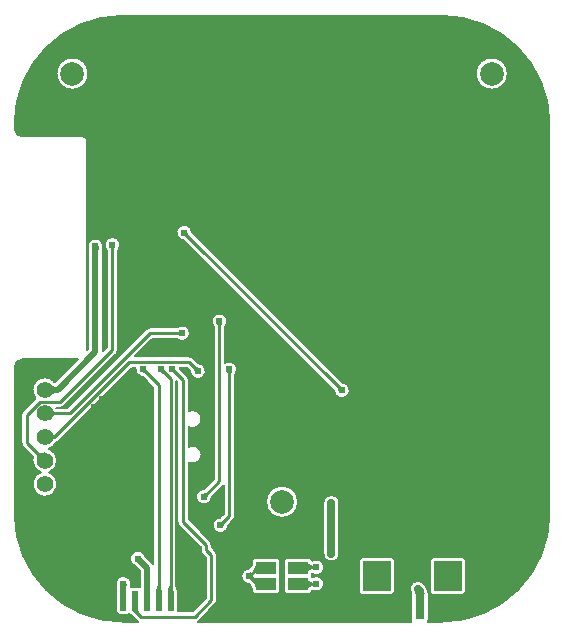
<source format=gtl>
G04 Layer: TopLayer*
G04 EasyEDA Pro v3.2.69, 2026-01-08 09:06:00*
G04 Gerber Generator version 0.3*
G04 Scale: 100 percent, Rotated: No, Reflected: No*
G04 Dimensions in millimeters*
G04 Leading zeros omitted, absolute positions, 4 integers and 5 decimals*
G04 Generated by one-click*
%FSLAX45Y45*%
%MOMM*%
%ADD10C,0.2032*%
%ADD11R,0.8X2.2*%
%ADD12R,2.35001X2.49999*%
%ADD13C,1.4*%
%ADD14R,1.4X1.524*%
%ADD15R,1.7X1.0*%
%ADD16O,1.1X1.7*%
%ADD17C,2.0005*%
%ADD18C,2.0*%
%ADD19R,1.2X2.49999*%
%ADD20R,0.5X1.7*%
%ADD21C,0.61*%
%ADD22C,0.508*%
%ADD23C,0.254*%
%ADD24C,0.635*%
G75*


G04 Copper Start*
G36*
G01X100000Y2255653D02*
G01X570462Y2255653D01*
G01X378665Y2063856D01*
G01X377046Y2065016D01*
G01X372865Y2068435D01*
G01X362254Y2077815D01*
G01X346067Y2089617D01*
G01X327944Y2098157D01*
G01X308538Y2103129D01*
G01X288541Y2104353D01*
G01X268673Y2101787D01*
G01X249644Y2095522D01*
G01X232138Y2085782D01*
G01X216780Y2072918D01*
G01X204123Y2057390D01*
G01X194619Y2039754D01*
G01X188609Y2020643D01*
G01X186309Y2000742D01*
G01X187801Y1980764D01*
G01X193032Y1961425D01*
G01X201814Y1943419D01*
G01X213832Y1927391D01*
G01X105395Y1818954D01*
G01X97686Y1808907D01*
G01X92839Y1797206D01*
G01X91186Y1784650D01*
G01X91186Y1551001D01*
G01X92839Y1538445D01*
G01X97686Y1526744D01*
G01X105395Y1516697D01*
G01X189860Y1432233D01*
G01X190348Y1431700D01*
G01X188214Y1420281D01*
G01X187881Y1418139D01*
G01X186753Y1409098D01*
G01X186506Y1406101D01*
G01X186404Y1403560D01*
G01X186346Y1402135D01*
G01X186304Y1401074D01*
G01X186287Y1398691D01*
G01X187924Y1380064D01*
G01X192813Y1362016D01*
G01X200803Y1345110D01*
G01X211644Y1329874D01*
G01X224998Y1316785D01*
G01X240447Y1306251D01*
G01X257509Y1298600D01*
G01X239499Y1290413D01*
G01X223328Y1279017D01*
G01X209561Y1264810D01*
G01X198679Y1248288D01*
G01X191063Y1230030D01*
G01X186978Y1210673D01*
G01X186568Y1190894D01*
G01X189848Y1171384D01*
G01X196701Y1152826D01*
G01X206889Y1135867D01*
G01X220056Y1121102D01*
G01X235741Y1109046D01*
G01X253396Y1100120D01*
G01X272405Y1094636D01*
G01X292101Y1092787D01*
G01X311798Y1094636D01*
G01X330806Y1100120D01*
G01X348461Y1109046D01*
G01X364147Y1121102D01*
G01X377313Y1135867D01*
G01X387502Y1152826D01*
G01X394355Y1171384D01*
G01X397634Y1190894D01*
G01X397224Y1210673D01*
G01X393140Y1230030D01*
G01X385523Y1248288D01*
G01X374642Y1264810D01*
G01X360874Y1279017D01*
G01X344703Y1290413D01*
G01X326693Y1298600D01*
G01X343744Y1306244D01*
G01X359185Y1316769D01*
G01X372533Y1329845D01*
G01X383373Y1345065D01*
G01X391367Y1361955D01*
G01X396265Y1379987D01*
G01X397915Y1398600D01*
G01X396265Y1417213D01*
G01X391367Y1435246D01*
G01X383373Y1452135D01*
G01X372533Y1467356D01*
G01X359185Y1480432D01*
G01X343744Y1490956D01*
G01X326693Y1498600D01*
G01X345504Y1507250D01*
G01X362270Y1519398D01*
G01X376349Y1534578D01*
G01X387204Y1552209D01*
G01X398000Y1557018D01*
G01X407314Y1564295D01*
G01X1028105Y2185086D01*
G01X1056473Y2185086D01*
G01X1055372Y2169232D01*
G01X1058074Y2153571D01*
G01X1064424Y2139003D01*
G01X1074058Y2126365D01*
G01X1086423Y2116381D01*
G01X1100808Y2109625D01*
G01X1116386Y2106487D01*
G01X1119446Y2106141D01*
G01X1207986Y2017601D01*
G01X1207986Y525265D01*
G01X1199772Y535458D01*
G01X1149078Y586153D01*
G01X1145588Y589877D01*
G01X1142919Y593080D01*
G01X1138963Y598515D01*
G01X1130400Y611666D01*
G01X1118987Y622437D01*
G01X1105362Y630224D01*
G01X1090289Y634591D01*
G01X1074611Y635294D01*
G01X1059208Y632294D01*
G01X1044941Y625758D01*
G01X1032609Y616052D01*
G01X1022903Y603720D01*
G01X1016367Y589453D01*
G01X1013366Y574049D01*
G01X1014069Y558372D01*
G01X1018437Y543299D01*
G01X1026224Y529674D01*
G01X1036994Y518261D01*
G01X1050145Y509698D01*
G01X1055580Y505742D01*
G01X1058784Y503072D01*
G01X1062508Y499583D01*
G01X1095273Y466818D01*
G01X1095273Y329052D01*
G01X1088517Y331115D01*
G01X1081488Y331812D01*
G01X1031488Y331812D01*
G01X1024888Y331198D01*
G01X1018515Y329379D01*
G01X1019291Y334310D01*
G01X1022536Y349664D01*
G01X1022081Y365351D01*
G01X1017953Y380491D01*
G01X1010383Y394238D01*
G01X999794Y405820D01*
G01X986781Y414591D01*
G01X972071Y420057D01*
G01X956488Y421914D01*
G01X940905Y420057D01*
G01X926195Y414591D01*
G01X913181Y405820D01*
G01X902593Y394238D01*
G01X895023Y380491D01*
G01X890895Y365351D01*
G01X890440Y349664D01*
G01X893684Y334310D01*
G01X894730Y327670D01*
G01X895108Y323517D01*
G01X895274Y318416D01*
G01X895274Y210998D01*
G01X895674Y204011D01*
G01X895674Y125998D01*
G01X897427Y114931D01*
G01X902514Y104947D01*
G01X910437Y97024D01*
G01X920421Y91937D01*
G01X931488Y90184D01*
G01X981488Y90184D01*
G01X990610Y91365D01*
G01X999131Y94831D01*
G01X1006488Y100353D01*
G01X1011972Y95968D01*
G01X1024459Y86891D01*
G01X1035931Y76560D01*
G01X1070595Y41895D01*
G01X1078019Y35814D01*
G01X950000Y35814D01*
G01X890209Y37771D01*
G01X830675Y43635D01*
G01X771651Y53380D01*
G01X713391Y66964D01*
G01X656144Y84330D01*
G01X600156Y105402D01*
G01X545666Y130091D01*
G01X492907Y158292D01*
G01X442105Y189882D01*
G01X393479Y224727D01*
G01X347235Y262679D01*
G01X303573Y303573D01*
G01X262679Y347235D01*
G01X224727Y393479D01*
G01X189882Y442105D01*
G01X158292Y492907D01*
G01X130091Y545666D01*
G01X105402Y600156D01*
G01X84330Y656144D01*
G01X66964Y713391D01*
G01X53380Y771651D01*
G01X43635Y830675D01*
G01X37771Y890209D01*
G01X35814Y950000D01*
G01X35814Y2191467D01*
G01X37423Y2205750D01*
G01X42170Y2219316D01*
G01X49817Y2231486D01*
G01X59981Y2241649D01*
G01X72151Y2249296D01*
G01X85717Y2254044D01*
G01X100000Y2255653D01*
G37*
G36*
G01X658787Y2343978D02*
G01X650312Y2335503D01*
G01X650312Y3333854D01*
G01X1405111Y3333854D01*
G01X1405585Y3318799D01*
G01X1409444Y3304239D01*
G01X1416490Y3290925D01*
G01X1426358Y3279545D01*
G01X1438540Y3270686D01*
G01X1452407Y3264804D01*
G01X1467244Y3262204D01*
G01X1470081Y3261910D01*
G01X2740246Y1991745D01*
G01X2740591Y1988686D01*
G01X2740591Y1988686D01*
G01X2743476Y1973894D01*
G01X2749625Y1960136D01*
G01X2758723Y1948121D01*
G01X2770298Y1938471D01*
G01X2783753Y1931683D01*
G01X2798393Y1928108D01*
G01X2813462Y1927932D01*
G01X2828182Y1931162D01*
G01X2841793Y1937632D01*
G01X2853591Y1947009D01*
G01X2862968Y1958807D01*
G01X2869438Y1972418D01*
G01X2872668Y1987138D01*
G01X2872492Y2002207D01*
G01X2868917Y2016847D01*
G01X2862129Y2030302D01*
G01X2852479Y2041877D01*
G01X2840464Y2050975D01*
G01X2826706Y2057124D01*
G01X2811914Y2060009D01*
G01X2808858Y2060354D01*
G01X1537616Y3331700D01*
G01X1537183Y3335020D01*
G01X1533987Y3349740D01*
G01X1527551Y3363358D01*
G01X1518208Y3375174D01*
G01X1506440Y3384576D01*
G01X1492853Y3391079D01*
G01X1478150Y3394349D01*
G01X1463087Y3394216D01*
G01X1448444Y3390687D01*
G01X1434974Y3383945D01*
G01X1423374Y3374337D01*
G01X1414241Y3362359D01*
G01X1408046Y3348628D01*
G01X1405111Y3333854D01*
G01X650312Y3333854D01*
G01X650312Y4107426D01*
G01X648560Y4118493D01*
G01X643473Y4128477D01*
G01X635549Y4136400D01*
G01X625566Y4141487D01*
G01X614498Y4143240D01*
G01X100000Y4143240D01*
G01X85717Y4144849D01*
G01X72151Y4149597D01*
G01X59981Y4157244D01*
G01X49817Y4167407D01*
G01X42170Y4179577D01*
G01X37423Y4193143D01*
G01X35814Y4207426D01*
G01X35814Y4250000D01*
G01X37771Y4309791D01*
G01X43635Y4369325D01*
G01X53380Y4428349D01*
G01X66964Y4486609D01*
G01X84330Y4543856D01*
G01X105402Y4599844D01*
G01X130091Y4654334D01*
G01X141138Y4675000D01*
G01X389186Y4675000D01*
G01X391038Y4652646D01*
G01X396545Y4630901D01*
G01X405555Y4610360D01*
G01X417824Y4591581D01*
G01X433016Y4575078D01*
G01X450717Y4561301D01*
G01X470444Y4550625D01*
G01X491660Y4543342D01*
G01X513785Y4539650D01*
G01X536215Y4539650D01*
G01X558340Y4543342D01*
G01X579556Y4550625D01*
G01X599283Y4561301D01*
G01X616984Y4575078D01*
G01X632176Y4591581D01*
G01X644445Y4610360D01*
G01X653455Y4630901D01*
G01X658962Y4652646D01*
G01X660814Y4675000D01*
G01X660814Y4675000D01*
G01X3939186Y4675000D01*
G01X3941038Y4652646D01*
G01X3946545Y4630901D01*
G01X3955555Y4610360D01*
G01X3967824Y4591581D01*
G01X3983016Y4575078D01*
G01X4000717Y4561301D01*
G01X4020444Y4550625D01*
G01X4041660Y4543342D01*
G01X4063785Y4539650D01*
G01X4086215Y4539650D01*
G01X4108340Y4543342D01*
G01X4129556Y4550625D01*
G01X4149283Y4561301D01*
G01X4166984Y4575078D01*
G01X4182176Y4591581D01*
G01X4194445Y4610360D01*
G01X4203455Y4630901D01*
G01X4208962Y4652646D01*
G01X4210814Y4675000D01*
G01X4208962Y4697354D01*
G01X4203455Y4719099D01*
G01X4194445Y4739640D01*
G01X4182176Y4758419D01*
G01X4166984Y4774922D01*
G01X4149283Y4788699D01*
G01X4129556Y4799375D01*
G01X4108340Y4806658D01*
G01X4086215Y4810350D01*
G01X4063785Y4810350D01*
G01X4041660Y4806658D01*
G01X4020444Y4799375D01*
G01X4000717Y4788699D01*
G01X3983016Y4774922D01*
G01X3967824Y4758419D01*
G01X3955555Y4739640D01*
G01X3946545Y4719099D01*
G01X3941038Y4697354D01*
G01X3939186Y4675000D01*
G01X3939186Y4675000D01*
G01X660814Y4675000D01*
G01X658962Y4697354D01*
G01X653455Y4719099D01*
G01X644445Y4739640D01*
G01X632176Y4758419D01*
G01X616984Y4774922D01*
G01X599283Y4788699D01*
G01X579556Y4799375D01*
G01X558340Y4806658D01*
G01X536215Y4810350D01*
G01X513785Y4810350D01*
G01X491660Y4806658D01*
G01X470444Y4799375D01*
G01X450717Y4788699D01*
G01X433016Y4774922D01*
G01X417824Y4758419D01*
G01X405555Y4739640D01*
G01X396545Y4719099D01*
G01X391038Y4697354D01*
G01X389186Y4675000D01*
G01X389186Y4675000D01*
G01X141138Y4675000D01*
G01X158292Y4707093D01*
G01X189882Y4757895D01*
G01X224727Y4806521D01*
G01X262679Y4852765D01*
G01X303573Y4896427D01*
G01X347235Y4937321D01*
G01X393479Y4975273D01*
G01X442105Y5010118D01*
G01X492907Y5041708D01*
G01X545666Y5069909D01*
G01X600156Y5094598D01*
G01X656144Y5115670D01*
G01X713391Y5133036D01*
G01X771651Y5146620D01*
G01X830675Y5156365D01*
G01X890209Y5162229D01*
G01X950000Y5164186D01*
G01X3650000Y5164186D01*
G01X3709791Y5162229D01*
G01X3769325Y5156365D01*
G01X3828349Y5146620D01*
G01X3886609Y5133036D01*
G01X3943855Y5115670D01*
G01X3999844Y5094598D01*
G01X4054334Y5069909D01*
G01X4107093Y5041708D01*
G01X4157895Y5010118D01*
G01X4206521Y4975273D01*
G01X4252765Y4937321D01*
G01X4296427Y4896427D01*
G01X4337321Y4852765D01*
G01X4375272Y4806521D01*
G01X4410118Y4757895D01*
G01X4441708Y4707093D01*
G01X4469908Y4654334D01*
G01X4494598Y4599844D01*
G01X4515670Y4543856D01*
G01X4533036Y4486609D01*
G01X4546620Y4428349D01*
G01X4556365Y4369325D01*
G01X4562229Y4309791D01*
G01X4564186Y4250000D01*
G01X4564186Y950000D01*
G01X4562229Y890209D01*
G01X4556365Y830675D01*
G01X4546620Y771651D01*
G01X4533036Y713391D01*
G01X4515670Y656144D01*
G01X4494598Y600156D01*
G01X4469908Y545666D01*
G01X4441708Y492907D01*
G01X4410118Y442105D01*
G01X4375272Y393479D01*
G01X4337321Y347235D01*
G01X4296427Y303573D01*
G01X4252765Y262679D01*
G01X4206521Y224727D01*
G01X4157895Y189882D01*
G01X4107093Y158292D01*
G01X4054334Y130091D01*
G01X3999844Y105402D01*
G01X3943855Y84330D01*
G01X3886609Y66964D01*
G01X3828349Y53380D01*
G01X3769325Y43635D01*
G01X3709791Y37771D01*
G01X3650000Y35814D01*
G01X3537181Y35814D01*
G01X3540708Y44399D01*
G01X3541911Y53602D01*
G01X3541911Y273601D01*
G01X3540960Y281799D01*
G01X3538158Y289562D01*
G01X3533653Y296477D01*
G01X3532222Y309412D01*
G01X3528338Y321833D01*
G01X3522144Y333279D01*
G01X3513870Y343326D01*
G01X3496132Y361064D01*
G01X3483304Y371113D01*
G01X3468443Y377798D01*
G01X3452413Y380731D01*
G01X3436148Y379740D01*
G01X3420592Y374884D01*
G01X3406652Y366445D01*
G01X3395138Y354913D01*
G01X3386720Y340960D01*
G01X3381887Y325398D01*
G01X3380921Y309131D01*
G01X3383878Y293105D01*
G01X3390586Y278254D01*
G01X3390283Y273601D01*
G01X3390283Y53602D01*
G01X3391485Y44399D01*
G01X3395012Y35814D01*
G01X1588981Y35814D01*
G01X1596405Y41895D01*
G01X1736105Y181595D01*
G01X1743814Y191643D01*
G01X1748661Y203344D01*
G01X1750314Y215900D01*
G01X1750314Y419100D01*
G01X1952986Y419100D01*
G01X1954487Y405072D01*
G01X1958921Y391678D01*
G01X1966089Y379526D01*
G01X1975665Y369165D01*
G01X1987216Y361064D01*
G01X2000219Y355590D01*
G01X2014086Y352991D01*
G01X2017145Y352646D01*
G01X2039078Y330713D01*
G01X2042891Y322473D01*
G01X2044198Y313487D01*
G01X2044198Y302198D01*
G01X2045951Y291131D01*
G01X2051038Y281147D01*
G01X2058961Y273224D01*
G01X2068945Y268137D01*
G01X2080012Y266384D01*
G01X2250012Y266384D01*
G01X2261079Y268137D01*
G01X2271062Y273224D01*
G01X2278986Y281147D01*
G01X2284073Y291131D01*
G01X2285826Y302198D01*
G01X2285826Y402198D01*
G01X2285826Y402198D01*
G01X2314174Y402198D01*
G01X2314174Y302198D01*
G01X2315927Y291131D01*
G01X2321014Y281147D01*
G01X2328938Y273224D01*
G01X2338921Y268137D01*
G01X2349988Y266384D01*
G01X2519988Y266384D01*
G01X2530510Y267964D01*
G01X2540104Y272567D01*
G01X2547922Y279785D01*
G01X2553274Y288981D01*
G01X2555688Y299344D01*
G01X2569913Y292661D01*
G01X2585311Y289513D01*
G01X2601018Y290078D01*
G01X2616150Y294322D01*
G01X2629859Y302009D01*
G01X2641373Y312706D01*
G01X2650047Y325812D01*
G01X2655393Y340591D01*
G01X2657111Y356214D01*
G01X2655104Y371802D01*
G01X2649486Y386479D01*
G01X2640571Y399423D01*
G01X2628860Y409905D01*
G01X2615012Y417336D01*
G01X2599803Y421300D01*
G01X2584089Y421574D01*
G01X2568752Y418141D01*
G01X2554653Y411196D01*
G01X2552641Y416909D01*
G01X2549696Y422200D01*
G01X2553749Y430251D01*
G01X2555664Y439059D01*
G01X2569883Y432371D01*
G01X2585277Y429216D01*
G01X2600981Y429772D01*
G01X2616113Y434007D01*
G01X2629824Y441684D01*
G01X2641344Y452371D01*
G01X2650025Y465469D01*
G01X2655382Y480241D01*
G01X2657112Y495859D01*
G01X2655118Y511446D01*
G01X2649514Y526126D01*
G01X2640612Y539076D01*
G01X2628914Y549567D01*
G01X2615075Y557011D01*
G01X2599874Y560990D01*
G01X2584163Y561281D01*
G01X2568824Y557867D01*
G01X2554720Y550940D01*
G01X2549993Y561756D01*
G01X2542008Y570447D01*
G01X2531630Y576071D01*
G01X2519988Y578016D01*
G01X2349988Y578016D01*
G01X2338921Y576264D01*
G01X2328938Y571177D01*
G01X2321014Y563253D01*
G01X2315927Y553270D01*
G01X2314174Y542202D01*
G01X2314174Y442203D01*
G01X2315735Y431746D01*
G01X2320281Y422200D01*
G01X2315735Y412654D01*
G01X2314174Y402198D01*
G01X2314174Y402198D01*
G01X2285826Y402198D01*
G01X2284265Y412654D01*
G01X2279719Y422200D01*
G01X2284265Y431746D01*
G01X2285826Y442203D01*
G01X2285826Y542202D01*
G01X2284073Y553270D01*
G01X2278986Y563253D01*
G01X2271062Y571177D01*
G01X2261079Y576264D01*
G01X2250012Y578016D01*
G01X2080012Y578016D01*
G01X2068945Y576264D01*
G01X2058961Y571177D01*
G01X2051038Y563253D01*
G01X2045951Y553270D01*
G01X2044198Y542202D01*
G01X2044198Y517473D01*
G01X2040144Y509782D01*
G01X2034641Y503051D01*
G01X2034641Y503051D01*
G01X2017145Y485554D01*
G01X2014086Y485209D01*
G01X2000219Y482610D01*
G01X1987216Y477136D01*
G01X1975665Y469035D01*
G01X1966089Y458674D01*
G01X1958921Y446522D01*
G01X1954487Y433128D01*
G01X1952986Y419100D01*
G01X1750314Y419100D01*
G01X1750314Y596900D01*
G01X1748661Y609456D01*
G01X1743814Y621157D01*
G01X1736105Y631205D01*
G01X1702908Y664401D01*
G01X1702908Y687558D01*
G01X1701255Y700115D01*
G01X1696409Y711815D01*
G01X1688699Y721863D01*
G01X1509014Y901548D01*
G01X1509014Y1085438D01*
G01X1572332Y1085438D01*
G01X1575562Y1070718D01*
G01X1582032Y1057107D01*
G01X1591409Y1045309D01*
G01X1603207Y1035932D01*
G01X1616818Y1029462D01*
G01X1631538Y1026232D01*
G01X1646607Y1026408D01*
G01X1661247Y1029983D01*
G01X1674702Y1036771D01*
G01X1686277Y1046421D01*
G01X1695375Y1058436D01*
G01X1701524Y1072194D01*
G01X1704409Y1086986D01*
G01X1704754Y1090045D01*
G01X1804291Y1189582D01*
G01X1805686Y1191036D01*
G01X1805686Y947195D01*
G01X1775845Y917354D01*
G01X1772786Y917009D01*
G01X1757994Y914124D01*
G01X1744236Y907975D01*
G01X1732221Y898877D01*
G01X1722571Y887302D01*
G01X1715783Y873847D01*
G01X1712208Y859207D01*
G01X1712032Y844138D01*
G01X1715262Y829418D01*
G01X1721732Y815807D01*
G01X1731109Y804009D01*
G01X1742907Y794632D01*
G01X1756518Y788162D01*
G01X1771238Y784932D01*
G01X1786307Y785108D01*
G01X1800947Y788683D01*
G01X1814402Y795471D01*
G01X1825977Y805121D01*
G01X1835075Y817136D01*
G01X1841224Y830894D01*
G01X1844109Y845686D01*
G01X1844454Y848745D01*
G01X1888505Y892795D01*
G01X1896214Y902843D01*
G01X1901061Y914544D01*
G01X1902714Y927100D01*
G01X1902714Y1050000D01*
G01X2164186Y1050000D01*
G01X2166038Y1027646D01*
G01X2171545Y1005901D01*
G01X2180555Y985360D01*
G01X2192824Y966581D01*
G01X2208016Y950078D01*
G01X2225717Y936301D01*
G01X2245444Y925625D01*
G01X2266660Y918342D01*
G01X2288785Y914650D01*
G01X2311215Y914650D01*
G01X2333340Y918342D01*
G01X2354556Y925625D01*
G01X2374283Y936301D01*
G01X2391984Y950078D01*
G01X2407176Y966581D01*
G01X2419445Y985360D01*
G01X2428455Y1005901D01*
G01X2433962Y1027646D01*
G01X2435101Y1041400D01*
G01X2650236Y1041400D01*
G01X2650236Y609600D01*
G01X2652199Y593431D01*
G01X2657975Y578201D01*
G01X2667228Y564797D01*
G01X2679419Y553996D01*
G01X2693841Y546427D01*
G01X2709656Y542529D01*
G01X2725944Y542529D01*
G01X2738398Y545598D01*
G01X2949791Y545598D01*
G01X2949791Y295599D01*
G01X2951544Y284532D01*
G01X2956631Y274548D01*
G01X2964554Y266625D01*
G01X2974538Y261538D01*
G01X2985605Y259785D01*
G01X3220606Y259785D01*
G01X3231673Y261538D01*
G01X3241657Y266625D01*
G01X3249580Y274548D01*
G01X3254667Y284532D01*
G01X3256420Y295599D01*
G01X3256420Y545598D01*
G01X3550780Y545598D01*
G01X3550780Y295599D01*
G01X3552533Y284532D01*
G01X3557620Y274548D01*
G01X3565543Y266625D01*
G01X3575527Y261538D01*
G01X3586594Y259785D01*
G01X3821595Y259785D01*
G01X3821595Y259785D01*
G01X3832662Y261538D01*
G01X3842646Y266625D01*
G01X3850569Y274548D01*
G01X3855656Y284532D01*
G01X3857409Y295599D01*
G01X3857409Y545598D01*
G01X3855656Y556665D01*
G01X3850569Y566649D01*
G01X3842646Y574572D01*
G01X3832662Y579659D01*
G01X3821595Y581412D01*
G01X3586594Y581412D01*
G01X3575527Y579659D01*
G01X3565543Y574572D01*
G01X3557620Y566649D01*
G01X3552533Y556665D01*
G01X3550780Y545598D01*
G01X3256420Y545598D01*
G01X3254667Y556665D01*
G01X3249580Y566649D01*
G01X3241657Y574572D01*
G01X3231673Y579659D01*
G01X3220606Y581412D01*
G01X2985605Y581412D01*
G01X2985605Y581412D01*
G01X2974538Y579659D01*
G01X2964554Y574572D01*
G01X2956631Y566649D01*
G01X2951544Y556665D01*
G01X2949791Y545598D01*
G01X2738398Y545598D01*
G01X2741759Y546427D01*
G01X2756181Y553996D01*
G01X2768372Y564797D01*
G01X2777625Y578201D01*
G01X2783401Y593431D01*
G01X2785364Y609600D01*
G01X2785364Y609600D01*
G01X2785364Y1041400D01*
G01X2783401Y1057569D01*
G01X2777625Y1072799D01*
G01X2768372Y1086203D01*
G01X2756181Y1097004D01*
G01X2741759Y1104573D01*
G01X2725944Y1108471D01*
G01X2709656Y1108471D01*
G01X2693841Y1104573D01*
G01X2679419Y1097004D01*
G01X2667228Y1086203D01*
G01X2657975Y1072799D01*
G01X2652199Y1057569D01*
G01X2650236Y1041400D01*
G01X2435101Y1041400D01*
G01X2435814Y1050000D01*
G01X2433962Y1072354D01*
G01X2428455Y1094099D01*
G01X2419445Y1114640D01*
G01X2407176Y1133419D01*
G01X2391984Y1149922D01*
G01X2374283Y1163699D01*
G01X2354556Y1174375D01*
G01X2333340Y1181658D01*
G01X2311215Y1185350D01*
G01X2288785Y1185350D01*
G01X2266660Y1181658D01*
G01X2245444Y1174375D01*
G01X2225717Y1163699D01*
G01X2208016Y1149922D01*
G01X2192824Y1133419D01*
G01X2180555Y1114640D01*
G01X2171545Y1094099D01*
G01X2166038Y1072354D01*
G01X2164186Y1050000D01*
G01X2164186Y1050000D01*
G01X1902714Y1050000D01*
G01X1902714Y2126233D01*
G01X1904633Y2128641D01*
G01X1913338Y2141695D01*
G01X1918732Y2156429D01*
G01X1920513Y2172018D01*
G01X1918582Y2187589D01*
G01X1913047Y2202271D01*
G01X1904217Y2215241D01*
G01X1892587Y2225774D01*
G01X1878808Y2233279D01*
G01X1863652Y2237337D01*
G01X1847966Y2237720D01*
G01X1832629Y2234408D01*
G01X1818500Y2227585D01*
G01X1818500Y2532633D01*
G01X1820419Y2535041D01*
G01X1828839Y2547540D01*
G01X1834219Y2561617D01*
G01X1836282Y2576545D01*
G01X1834921Y2591554D01*
G01X1830207Y2605868D01*
G01X1822382Y2618748D01*
G01X1811851Y2629528D01*
G01X1799158Y2637653D01*
G01X1784959Y2642702D01*
G01X1769986Y2644414D01*
G01X1755014Y2642702D01*
G01X1740814Y2637653D01*
G01X1728121Y2629528D01*
G01X1717591Y2618748D01*
G01X1709766Y2605868D01*
G01X1705051Y2591554D01*
G01X1703690Y2576545D01*
G01X1705753Y2561617D01*
G01X1711134Y2547540D01*
G01X1719553Y2535041D01*
G01X1721472Y2532633D01*
G01X1721472Y1243981D01*
G01X1636145Y1158654D01*
G01X1636145Y1158654D01*
G01X1633086Y1158309D01*
G01X1618294Y1155424D01*
G01X1604536Y1149275D01*
G01X1592521Y1140177D01*
G01X1582871Y1128602D01*
G01X1576083Y1115147D01*
G01X1572508Y1100507D01*
G01X1572332Y1085438D01*
G01X1509014Y1085438D01*
G01X1509014Y1381967D01*
G01X1525060Y1376206D01*
G01X1541987Y1374175D01*
G01X1558941Y1375979D01*
G01X1575062Y1381525D01*
G01X1589537Y1390534D01*
G01X1601632Y1402549D01*
G01X1610737Y1416963D01*
G01X1616391Y1433047D01*
G01X1618308Y1449988D01*
G01X1616391Y1466928D01*
G01X1610737Y1483013D01*
G01X1601632Y1497427D01*
G01X1589537Y1509442D01*
G01X1575062Y1518450D01*
G01X1558941Y1523996D01*
G01X1541987Y1525800D01*
G01X1525060Y1523770D01*
G01X1509014Y1518008D01*
G01X1509014Y1681966D01*
G01X1525060Y1676205D01*
G01X1541987Y1674175D01*
G01X1558941Y1675979D01*
G01X1575062Y1681525D01*
G01X1589537Y1690533D01*
G01X1601632Y1702548D01*
G01X1610737Y1716962D01*
G01X1616391Y1733046D01*
G01X1618308Y1749987D01*
G01X1616391Y1766928D01*
G01X1610737Y1783012D01*
G01X1601632Y1797426D01*
G01X1589537Y1809441D01*
G01X1575062Y1818449D01*
G01X1558941Y1823996D01*
G01X1541987Y1825799D01*
G01X1525060Y1823769D01*
G01X1509014Y1818008D01*
G01X1509014Y2082800D01*
G01X1507361Y2095356D01*
G01X1502514Y2107057D01*
G01X1494805Y2117105D01*
G01X1438054Y2173855D01*
G01X1437709Y2176914D01*
G01X1436549Y2185086D01*
G01X1491206Y2185086D01*
G01X1521047Y2155245D01*
G01X1521393Y2152186D01*
G01X1524277Y2137394D01*
G01X1530427Y2123636D01*
G01X1539524Y2111621D01*
G01X1551099Y2101970D01*
G01X1564554Y2095183D01*
G01X1579194Y2091608D01*
G01X1594264Y2091431D01*
G01X1608984Y2094662D01*
G01X1622594Y2101132D01*
G01X1634392Y2110509D01*
G01X1643769Y2122307D01*
G01X1650239Y2135917D01*
G01X1653470Y2150637D01*
G01X1653293Y2165707D01*
G01X1649718Y2180347D01*
G01X1642931Y2193802D01*
G01X1633280Y2205377D01*
G01X1621266Y2214475D01*
G01X1607507Y2220624D01*
G01X1592715Y2223509D01*
G01X1589656Y2223854D01*
G01X1545606Y2267904D01*
G01X1535558Y2275614D01*
G01X1523858Y2280461D01*
G01X1511301Y2282114D01*
G01X1055323Y2282114D01*
G01X1202091Y2428881D01*
G01X1408030Y2428881D01*
G01X1410438Y2426963D01*
G01X1422937Y2418543D01*
G01X1437014Y2413162D01*
G01X1451943Y2411100D01*
G01X1466951Y2412460D01*
G01X1481265Y2417175D01*
G01X1494145Y2425000D01*
G01X1504926Y2435530D01*
G01X1513050Y2448223D01*
G01X1518099Y2462423D01*
G01X1519811Y2477395D01*
G01X1518099Y2492368D01*
G01X1513050Y2506568D01*
G01X1504926Y2519260D01*
G01X1494145Y2529791D01*
G01X1481265Y2537616D01*
G01X1466951Y2542330D01*
G01X1451943Y2543691D01*
G01X1437014Y2541628D01*
G01X1422937Y2536248D01*
G01X1410438Y2527828D01*
G01X1408030Y2525909D01*
G01X1181995Y2525909D01*
G01X1169439Y2524256D01*
G01X1157738Y2519410D01*
G01X1147691Y2511700D01*
G01X483104Y1847113D01*
G01X388179Y1847113D01*
G01X387457Y1847145D01*
G01X386881Y1847985D01*
G01X423299Y1847985D01*
G01X435856Y1849638D01*
G01X447556Y1854485D01*
G01X457604Y1862195D01*
G01X897905Y2302495D01*
G01X905614Y2312543D01*
G01X910461Y2324244D01*
G01X912114Y2336800D01*
G01X912114Y3180333D01*
G01X914033Y3182741D01*
G01X922453Y3195240D01*
G01X927833Y3209317D01*
G01X929896Y3224245D01*
G01X928535Y3239254D01*
G01X923820Y3253568D01*
G01X915996Y3266448D01*
G01X905465Y3277228D01*
G01X892772Y3285353D01*
G01X878573Y3290402D01*
G01X863600Y3292114D01*
G01X848627Y3290402D01*
G01X834428Y3285353D01*
G01X821735Y3277228D01*
G01X811204Y3266448D01*
G01X803380Y3253568D01*
G01X798665Y3239254D01*
G01X797304Y3224245D01*
G01X799367Y3209317D01*
G01X804747Y3195240D01*
G01X813167Y3182741D01*
G01X815086Y3180333D01*
G01X815086Y2356895D01*
G01X781215Y2323024D01*
G01X781215Y3175916D01*
G01X781381Y3181017D01*
G01X781759Y3185170D01*
G01X782805Y3191810D01*
G01X786049Y3207164D01*
G01X785594Y3222851D01*
G01X781466Y3237991D01*
G01X773896Y3251738D01*
G01X763308Y3263320D01*
G01X750294Y3272091D01*
G01X735584Y3277557D01*
G01X720001Y3279414D01*
G01X704418Y3277557D01*
G01X689708Y3272091D01*
G01X676694Y3263320D01*
G01X666106Y3251738D01*
G01X658536Y3237991D01*
G01X654408Y3222851D01*
G01X653953Y3207164D01*
G01X657197Y3191810D01*
G01X658244Y3185170D01*
G01X658621Y3181017D01*
G01X658787Y3175916D01*
G01X658787Y2343978D01*
G37*
G36*
G01X1411986Y2062705D02*
G01X1411986Y881453D01*
G01X1413639Y868896D01*
G01X1418486Y857196D01*
G01X1426195Y847148D01*
G01X1605880Y667463D01*
G01X1605880Y644306D01*
G01X1607533Y631749D01*
G01X1612380Y620049D01*
G01X1620090Y610001D01*
G01X1653286Y576805D01*
G01X1653286Y235995D01*
G01X1542005Y124714D01*
G01X1417278Y124714D01*
G01X1417301Y125998D01*
G01X1417301Y295998D01*
G01X1415572Y306990D01*
G01X1410553Y316921D01*
G01X1406433Y325074D01*
G01X1405014Y334098D01*
G01X1405014Y2069677D01*
G01X1411986Y2062705D01*
G37*
G54D10*
G01X100000Y2255653D02*
G01X570462Y2255653D01*
G01X378665Y2063856D01*
G01X377046Y2065016D01*
G01X372865Y2068435D01*
G01X362254Y2077815D01*
G03X216780Y2072918I-70153J-79216D01*
G03X213832Y1927391I75321J-74319D01*
G01X105395Y1818954D01*
G03X91186Y1784650I34305J-34305D01*
G01X91186Y1551001D01*
G03X105395Y1516697I48514J0D01*
G01X189860Y1432233D01*
G01X190348Y1431700D01*
G01X188214Y1420281D01*
G01X187881Y1418139D01*
G01X186753Y1409098D01*
G03X186506Y1406101I35538J-4435D01*
G01X186404Y1403560D01*
G01X186346Y1402135D01*
G01X186304Y1401074D01*
G01X186287Y1398691D01*
G03X257509Y1298600I105814J-91D01*
G03X292101Y1092787I34592J-100000D01*
G03X326693Y1298600I0J105814D01*
G03X397915Y1398600I-34592J100000D01*
G03X326693Y1498600I-105814J0D01*
G03X387204Y1552209I-34592J100000D01*
G03X407314Y1564295I-14194J46391D01*
G01X1028105Y2185086D01*
G01X1056473Y2185086D01*
G03X1116386Y2106487I65127J-12490D01*
G01X1119446Y2106141D01*
G01X1207986Y2017601D01*
G01X1207986Y525265D01*
G03X1199772Y535458I-51498J-33092D01*
G01X1149078Y586153D01*
G01X1145588Y589877D01*
G01X1142919Y593080D01*
G01X1138963Y598515D01*
G03X1032609Y616052I-59463J-29355D01*
G03X1050145Y509698I46891J-46891D01*
G01X1055580Y505742D01*
G01X1058784Y503072D01*
G01X1062508Y499583D01*
G01X1095273Y466818D01*
G01X1095273Y329052D01*
G03X1081488Y331812I-13786J-33054D01*
G01X1031488Y331812D01*
G03X1018515Y329379I0J-35814D01*
G01X1019291Y334310D01*
G03X956488Y421914I-62804J21290D01*
G03X893684Y334310I0J-66314D01*
G01X894730Y327670D01*
G01X895108Y323517D01*
G01X895274Y318416D01*
G01X895274Y210998D01*
G03X895674Y204011I61214J0D01*
G01X895674Y125998D01*
G03X931488Y90184I35814J0D01*
G01X981488Y90184D01*
G03X1006488Y100353I0J35814D01*
G03X1011972Y95968I25000J25645D01*
G02X1035931Y76560I-80503J-123871D01*
G01X1070595Y41895D01*
G03X1078019Y35814I34305J34305D01*
G01X950000Y35814D01*
G02X35814Y950000I0J914186D01*
G01X35814Y2191467D01*
G02X100000Y2255653I64186J0D01*
G01X658787Y2343978D02*
G01X650312Y2335503D01*
G01X650312Y4107426D01*
G03X614498Y4143240I-35814J0D01*
G01X100000Y4143240D01*
G02X35814Y4207426I0J64186D01*
G01X35814Y4250000D01*
G02X950000Y5164186I914186J0D01*
G01X3650000Y5164186D01*
G02X4564186Y4250000I0J-914186D01*
G01X4564186Y950000D01*
G02X3650000Y35814I-914186J0D01*
G01X3537181Y35814D01*
G03X3541911Y53602I-31084J17788D01*
G01X3541911Y273601D01*
G03X3533653Y296477I-35814J0D01*
G03X3513870Y343326I-67558J-926D01*
G01X3496132Y361064D01*
G03X3390586Y278254I-47775J-47775D01*
G03X3390283Y273601I35510J-4653D01*
G01X3390283Y53602D01*
G03X3395012Y35814I35814J0D01*
G01X1588981Y35814D01*
G03X1596405Y41895I-26881J40386D01*
G01X1736105Y181595D01*
G03X1750314Y215900I-34305J34305D01*
G01X1750314Y596900D01*
G03X1736105Y631205I-48514J0D01*
G01X1702908Y664401D01*
G01X1702908Y687558D01*
G03X1688699Y721863I-48514J0D01*
G01X1509014Y901548D01*
G01X1509014Y1381967D01*
G03X1618308Y1449988I33480J68021D01*
G03X1509014Y1518008I-75814J0D01*
G01X1509014Y1681966D01*
G03X1618308Y1749987I33480J68021D01*
G03X1509014Y1818008I-75814J0D01*
G01X1509014Y2082800D01*
G03X1494805Y2117105I-48514J0D01*
G01X1438054Y2173855D01*
G01X1437709Y2176914D01*
G03X1436549Y2185086I-66109J-5214D01*
G01X1491206Y2185086D01*
G01X1521047Y2155245D01*
G01X1521393Y2152186D01*
G03X1634392Y2110509I66109J5214D01*
G03X1592715Y2223509I-46891J46891D01*
G01X1589656Y2223854D01*
G01X1545606Y2267904D01*
G03X1511301Y2282114I-34305J-34305D01*
G01X1055323Y2282114D01*
G01X1202091Y2428881D01*
G01X1408030Y2428881D01*
G01X1410438Y2426963D01*
G03X1519811Y2477395I43059J50433D01*
G03X1410438Y2527828I-66314J0D01*
G01X1408030Y2525909D01*
G01X1181995Y2525909D01*
G03X1147691Y2511700I0J-48514D01*
G01X483104Y1847113D01*
G01X388179Y1847113D01*
G01X387457Y1847145D01*
G01X386881Y1847985D01*
G01X423299Y1847985D01*
G03X457604Y1862195I0J48514D01*
G01X897905Y2302495D01*
G03X912114Y2336800I-34305J34305D01*
G01X912114Y3180333D01*
G01X914033Y3182741D01*
G03X863600Y3292114I-50433J43059D01*
G03X813167Y3182741I0J-66314D01*
G01X815086Y3180333D01*
G01X815086Y2356895D01*
G01X781215Y2323024D01*
G01X781215Y3175916D01*
G01X781381Y3181017D01*
G01X781759Y3185170D01*
G01X782805Y3191810D01*
G03X720001Y3279414I-62804J21290D01*
G03X657197Y3191810I0J-66314D01*
G01X658244Y3185170D01*
G01X658621Y3181017D01*
G01X658787Y3175916D01*
G01X658787Y2343978D01*
G01X389186Y4675000D02*
G03X660814Y4675000I135814J0D01*
G03X389186Y4675000I-135814J0D01*
G01X2740591Y1988686D02*
G03X2853591Y1947009I66109J5214D01*
G03X2811914Y2060009I-46891J46891D01*
G01X2808858Y2060354D01*
G01X1537616Y3331700D01*
G01X1537183Y3335020D01*
G03X1423374Y3374337I-65983J-6620D01*
G03X1467244Y3262204I47826J-45937D01*
G01X1470081Y3261910D01*
G01X2740246Y1991745D01*
G01X2740591Y1988686D01*
G01X1636145Y1158654D02*
G01X1633086Y1158309D01*
G03X1591409Y1045309I5214J-66109D01*
G03X1704409Y1086986I46891J46891D01*
G01X1704754Y1090045D01*
G01X1804291Y1189582D01*
G01X1805686Y1191036D01*
G01X1805686Y947195D01*
G01X1775845Y917354D01*
G01X1772786Y917009D01*
G03X1731109Y804009I5214J-66109D01*
G03X1844109Y845686I46891J46891D01*
G01X1844454Y848745D01*
G01X1888505Y892795D01*
G03X1902714Y927100I-34305J34305D01*
G01X1902714Y2126233D01*
G01X1904633Y2128641D01*
G03X1904217Y2215241I-50433J43059D01*
G03X1818500Y2227585I-50017J-43541D01*
G01X1818500Y2532633D01*
G01X1820419Y2535041D01*
G03X1769986Y2644414I-50433J43059D01*
G03X1719553Y2535041I0J-66314D01*
G01X1721472Y2532633D01*
G01X1721472Y1243981D01*
G01X1636145Y1158654D01*
G01X2034641Y503051D02*
G01X2017145Y485554D01*
G01X2014086Y485209D01*
G03X1952986Y419100I5214J-66109D01*
G03X2014086Y352991I66314J0D01*
G01X2017145Y352646D01*
G01X2039078Y330713D01*
G02X2044198Y313487I-26418J-17226D01*
G01X2044198Y302198D01*
G03X2080012Y266384I35814J0D01*
G01X2250012Y266384D01*
G03X2285826Y302198I0J35814D01*
G01X2285826Y402198D01*
G03X2279719Y422200I-35814J0D01*
G03X2285826Y442203I-29708J20003D01*
G01X2285826Y542202D01*
G03X2250012Y578016I-35814J0D01*
G01X2080012Y578016D01*
G03X2044198Y542202I0J-35814D01*
G01X2044198Y517473D01*
G02X2034641Y503051I-40314J16336D01*
G01X2164186Y1050000D02*
G03X2435814Y1050000I135814J0D01*
G03X2164186Y1050000I-135814J0D01*
G01X2314174Y402198D02*
G01X2314174Y302198D01*
G03X2349988Y266384I35814J0D01*
G01X2519988Y266384D01*
G03X2555688Y299344I0J35814D01*
G03X2657111Y356214I35112J56256D01*
G03X2554653Y411196I-66311J-614D01*
G03X2549696Y422200I-34665J-8999D01*
G03X2555664Y439059I-29708J20003D01*
G03X2657112Y495859I35136J56241D01*
G03X2554720Y550940I-66312J-559D01*
G03X2519988Y578016I-34732J-8737D01*
G01X2349988Y578016D01*
G03X2314174Y542202I0J-35814D01*
G01X2314174Y442203D01*
G03X2320281Y422200I35814J0D01*
G03X2314174Y402198I29708J-20002D01*
G01X2785364Y609600D02*
G01X2785364Y1041400D01*
G03X2650236Y1041400I-67564J0D01*
G01X2650236Y609600D01*
G03X2785364Y609600I67564J0D01*
G01X2985605Y581412D02*
G03X2949791Y545598I0J-35814D01*
G01X2949791Y295599D01*
G03X2985605Y259785I35814J0D01*
G01X3220606Y259785D01*
G03X3256420Y295599I0J35814D01*
G01X3256420Y545598D01*
G03X3220606Y581412I-35814J0D01*
G01X2985605Y581412D01*
G01X3821595Y259785D02*
G03X3857409Y295599I0J35814D01*
G01X3857409Y545598D01*
G03X3821595Y581412I-35814J0D01*
G01X3586594Y581412D01*
G03X3550780Y545598I0J-35814D01*
G01X3550780Y295599D01*
G03X3586594Y259785I35814J0D01*
G01X3821595Y259785D01*
G01X3939186Y4675000D02*
G03X4210814Y4675000I135814J0D01*
G03X3939186Y4675000I-135814J0D01*
G01X1411986Y2062705D02*
G01X1411986Y881453D01*
G03X1426195Y847148I48514J0D01*
G01X1605880Y667463D01*
G01X1605880Y644306D01*
G03X1620090Y610001I48514J0D01*
G01X1653286Y576805D01*
G01X1653286Y235995D01*
G01X1542005Y124714D01*
G01X1417278Y124714D01*
G01X1417301Y125998D01*
G01X1417301Y295998D01*
G03X1410553Y316921I-35814J0D01*
G02X1405014Y334098I23860J17176D01*
G01X1405014Y2069677D01*
G01X1411986Y2062705D01*
G04 Copper End*

G04 TearDrop Start*
G36*
G01X3434345Y295550D02*
G01X3497845Y295551D01*
G03X3506097Y273601I33322J0D01*
G01X3426097Y273601D01*
G03X3434345Y295550I-25077J21949D01*
G37*
G36*
G01X387402Y2023999D02*
G01X387402Y1973199D01*
G01X380045Y1972590D01*
G01X373264Y1970870D01*
G01X366946Y1968197D01*
G01X360981Y1964730D01*
G01X355256Y1960628D01*
G01X349659Y1956050D01*
G01X338402Y1946099D01*
G01X338402Y2051099D01*
G01X349659Y2041148D01*
G01X355256Y2036570D01*
G01X360981Y2032468D01*
G01X366946Y2029001D01*
G01X373264Y2026328D01*
G01X380045Y2024608D01*
G01X387402Y2023999D01*
G37*
G36*
G01X387402Y1811299D02*
G01X387402Y1785899D01*
G01X382141Y1785671D01*
G01X377584Y1785006D01*
G01X373641Y1783932D01*
G01X370226Y1782479D01*
G01X367250Y1780677D01*
G01X364626Y1778553D01*
G01X360081Y1773462D01*
G01X351347Y1760714D01*
G01X345752Y1753523D01*
G01X342340Y1749826D01*
G01X338402Y1746100D01*
G01X338402Y1851099D01*
G01X342340Y1847373D01*
G01X345752Y1843676D01*
G01X351347Y1836485D01*
G01X360081Y1823737D01*
G01X364626Y1818645D01*
G01X367250Y1816522D01*
G01X370226Y1814720D01*
G01X373641Y1813267D01*
G01X377584Y1812193D01*
G01X382141Y1811528D01*
G01X387402Y1811299D01*
G37*
G36*
G01X373009Y1611300D02*
G01X373009Y1585900D01*
G01X370266Y1585562D01*
G01X367666Y1584598D01*
G01X365196Y1583079D01*
G01X362842Y1581080D01*
G01X358423Y1575930D01*
G01X354295Y1569731D01*
G01X346453Y1556516D01*
G01X342511Y1550667D01*
G01X338402Y1546100D01*
G01X338402Y1651100D01*
G01X342511Y1646533D01*
G01X346453Y1640683D01*
G01X354295Y1627468D01*
G01X358423Y1621269D01*
G01X362842Y1616119D01*
G01X365196Y1614120D01*
G01X367666Y1612602D01*
G01X370266Y1611637D01*
G01X373009Y1611300D01*
G37*
G36*
G01X215733Y1457008D02*
G01X233694Y1474968D01*
G01X237575Y1471410D01*
G01X241268Y1468658D01*
G01X244815Y1466629D01*
G01X248257Y1465242D01*
G01X251636Y1464412D01*
G01X254993Y1464058D01*
G01X261807Y1464444D01*
G01X276998Y1467282D01*
G01X286038Y1468411D01*
G01X291065Y1468613D01*
G01X296485Y1468463D01*
G01X222239Y1394217D01*
G01X222089Y1399636D01*
G01X222291Y1404663D01*
G01X223419Y1413704D01*
G01X226257Y1428895D01*
G01X226644Y1435708D01*
G01X226290Y1439065D01*
G01X225460Y1442444D01*
G01X224072Y1445886D01*
G01X222043Y1449433D01*
G01X219292Y1453126D01*
G01X215733Y1457008D01*
G37*
G36*
G01X1243800Y334098D02*
G01X1269200Y334098D01*
G03X1281487Y295998I65213J0D01*
G01X1231487Y295998D01*
G03X1243800Y334098I-52792J38100D01*
G37*
G36*
G01X1343800Y334098D02*
G01X1369200Y334098D01*
G03X1381487Y295998I65213J0D01*
G01X1331487Y295998D01*
G03X1343800Y334098I-52792J38100D01*
G37*
G36*
G01X1104216Y94845D02*
G01X1061255Y101884D01*
G03X1031488Y125998I-129786J-129787D01*
G01X1081488Y125998D01*
G03X1104216Y94845I110984J57102D01*
G37*
G36*
G01X2558088Y364898D02*
G01X2558088Y339498D01*
G03X2519988Y320448I0J-47625D01*
G01X2519988Y383948D01*
G03X2558088Y364898I38100J28575D01*
G37*
G36*
G01X2066541Y353898D02*
G01X2040147Y416214D01*
G03X2080012Y402198I34541J34541D01*
G01X2080012Y313487D01*
G03X2066541Y353898I-67352J0D01*
G37*
G36*
G01X2558088Y508000D02*
G01X2558088Y482600D01*
G03X2519988Y463550I0J-47625D01*
G01X2519988Y527050D01*
G03X2558088Y508000I38100J28575D01*
G37*
G36*
G01X2046176Y428016D02*
G01X2059966Y477726D01*
G03X2080012Y511562I-56082J56082D01*
G01X2080012Y448062D01*
G03X2046176Y428016I22246J-76128D01*
G37*
G36*
G01X3497846Y277930D02*
G01X3434346Y270098D01*
G01X3433927Y275741D01*
G01X3432622Y281580D01*
G01X3430359Y287015D01*
G01X3428847Y289394D01*
G01X3427069Y291447D01*
G01X3475448Y299279D01*
G01X3474528Y296945D01*
G01X3474370Y295051D01*
G01X3474876Y293532D01*
G01X3475949Y292321D01*
G01X3479411Y290564D01*
G01X3483981Y289253D01*
G01X3488885Y287860D01*
G01X3493346Y285860D01*
G01X3495170Y284467D01*
G01X3496592Y282725D01*
G01X3497516Y280568D01*
G01X3497846Y277930D01*
G37*
G36*
G01X1309930Y2152214D02*
G01X1291969Y2134253D01*
G01X1289765Y2136135D01*
G01X1287271Y2137715D01*
G01X1281662Y2140063D01*
G01X1275634Y2141482D01*
G01X1269677Y2142155D01*
G01X1302028Y2174505D01*
G01X1302701Y2168549D01*
G01X1304120Y2162520D01*
G01X1306468Y2156912D01*
G01X1308048Y2154418D01*
G01X1309930Y2152214D01*
G37*
G36*
G01X1159943Y2152214D02*
G01X1141982Y2134253D01*
G01X1139778Y2136135D01*
G01X1137284Y2137715D01*
G01X1131675Y2140063D01*
G01X1125647Y2141482D01*
G01X1119690Y2142155D01*
G01X1152041Y2174505D01*
G01X1152714Y2168549D01*
G01X1154133Y2162520D01*
G01X1156481Y2156912D01*
G01X1158061Y2154418D01*
G01X1159943Y2152214D01*
G37*
G36*
G01X1549159Y2177782D02*
G01X1567120Y2195742D01*
G01X1569324Y2193860D01*
G01X1571818Y2192281D01*
G01X1577426Y2189932D01*
G01X1583455Y2188513D01*
G01X1589411Y2187840D01*
G01X1557061Y2155490D01*
G01X1556388Y2161447D01*
G01X1554969Y2167475D01*
G01X1552620Y2173083D01*
G01X1551041Y2175577D01*
G01X1549159Y2177782D01*
G37*
G36*
G01X1411973Y2464695D02*
G01X1411973Y2490095D01*
G01X1414862Y2490324D01*
G01X1417743Y2490970D01*
G01X1423369Y2493275D01*
G01X1428635Y2496534D01*
G01X1433323Y2500270D01*
G01X1433323Y2454520D01*
G01X1428635Y2458256D01*
G01X1423369Y2461516D01*
G01X1417743Y2463821D01*
G01X1414862Y2464467D01*
G01X1411973Y2464695D01*
G37*
G36*
G01X1409942Y2151318D02*
G01X1391982Y2133358D01*
G01X1389777Y2135239D01*
G01X1387283Y2136819D01*
G01X1381675Y2139168D01*
G01X1375647Y2140587D01*
G01X1369690Y2141260D01*
G01X1402040Y2173610D01*
G01X1402713Y2167653D01*
G01X1404132Y2161625D01*
G01X1406481Y2156017D01*
G01X1408061Y2153523D01*
G01X1409942Y2151318D01*
G37*
G36*
G01X1866900Y2130176D02*
G01X1841500Y2130176D01*
G01X1841271Y2133065D01*
G01X1840625Y2135946D01*
G01X1838320Y2141572D01*
G01X1835061Y2146838D01*
G01X1831325Y2151526D01*
G01X1877075Y2151526D01*
G01X1873339Y2146838D01*
G01X1870080Y2141572D01*
G01X1867775Y2135946D01*
G01X1867129Y2133065D01*
G01X1866900Y2130176D01*
G37*
G36*
G01X1798382Y889242D02*
G01X1816342Y871282D01*
G01X1814461Y869077D01*
G01X1812881Y866583D01*
G01X1810532Y860975D01*
G01X1809113Y854947D01*
G01X1808440Y848990D01*
G01X1776090Y881340D01*
G01X1782047Y882013D01*
G01X1788075Y883432D01*
G01X1793683Y885781D01*
G01X1796177Y887361D01*
G01X1798382Y889242D01*
G37*
G36*
G01X1509663Y3308897D02*
G01X1492453Y3290187D01*
G01X1490245Y3292064D01*
G01X1487734Y3293641D01*
G01X1482065Y3295975D01*
G01X1475975Y3297350D01*
G01X1469996Y3297924D01*
G01X1501588Y3331015D01*
G01X1502362Y3325085D01*
G01X1503829Y3319120D01*
G01X1506194Y3313573D01*
G01X1507778Y3311098D01*
G01X1509663Y3308897D01*
G37*
G36*
G01X2768358Y2014282D02*
G01X2786318Y2032242D01*
G01X2788523Y2030361D01*
G01X2791017Y2028781D01*
G01X2796625Y2026432D01*
G01X2802653Y2025013D01*
G01X2808610Y2024340D01*
G01X2776260Y1991990D01*
G01X2775587Y1997947D01*
G01X2774168Y2003975D01*
G01X2771819Y2009583D01*
G01X2770239Y2012077D01*
G01X2768358Y2014282D01*
G37*
G36*
G01X745401Y3176500D02*
G01X694601Y3176500D01*
G01X694382Y3183222D01*
G01X693804Y3189582D01*
G01X692051Y3200710D01*
G01X690298Y3208883D01*
G01X689501Y3213100D01*
G01X750501Y3213100D01*
G01X749704Y3208883D01*
G01X747951Y3200710D01*
G01X746198Y3189582D01*
G01X745620Y3183222D01*
G01X745401Y3176500D01*
G37*
G36*
G01X876300Y3184276D02*
G01X850900Y3184276D01*
G01X850671Y3187165D01*
G01X850025Y3190046D01*
G01X847720Y3195672D01*
G01X844461Y3200938D01*
G01X840725Y3205626D01*
G01X886475Y3205626D01*
G01X882739Y3200938D01*
G01X879480Y3195672D01*
G01X877175Y3190046D01*
G01X876529Y3187165D01*
G01X876300Y3184276D01*
G37*
G36*
G01X1782686Y2536576D02*
G01X1757286Y2536576D01*
G01X1757058Y2539465D01*
G01X1756412Y2542346D01*
G01X1754106Y2547972D01*
G01X1750847Y2553238D01*
G01X1747111Y2557926D01*
G01X1792861Y2557926D01*
G01X1789125Y2553238D01*
G01X1785866Y2547972D01*
G01X1783561Y2542346D01*
G01X1782915Y2539465D01*
G01X1782686Y2536576D01*
G37*
G36*
G01X1658682Y1130542D02*
G01X1676642Y1112582D01*
G01X1674761Y1110377D01*
G01X1673181Y1107883D01*
G01X1670832Y1102275D01*
G01X1669413Y1096247D01*
G01X1668740Y1090290D01*
G01X1636390Y1122640D01*
G01X1642347Y1123313D01*
G01X1648375Y1124732D01*
G01X1653983Y1127081D01*
G01X1656477Y1128661D01*
G01X1658682Y1130542D01*
G37*
G36*
G01X1123341Y561241D02*
G01X1087420Y525320D01*
G01X1082511Y529919D01*
G01X1077606Y534007D01*
G01X1068497Y540636D01*
G01X1061478Y545175D01*
G01X1057933Y547594D01*
G01X1101067Y590728D01*
G01X1103485Y587182D01*
G01X1108025Y580163D01*
G01X1114654Y571055D01*
G01X1118742Y566149D01*
G01X1123341Y561241D01*
G37*
G36*
G01X981888Y319000D02*
G01X931088Y319000D01*
G01X930869Y325722D01*
G01X930291Y332082D01*
G01X928538Y343210D01*
G01X926785Y351383D01*
G01X925988Y355600D01*
G01X986988Y355600D01*
G01X986191Y351383D01*
G01X984438Y343210D01*
G01X982685Y332082D01*
G01X982107Y325722D01*
G01X981888Y319000D01*
G37*
G36*
G01X2549276Y482600D02*
G01X2549276Y508000D01*
G01X2552165Y508229D01*
G01X2555046Y508875D01*
G01X2560672Y511180D01*
G01X2565938Y514439D01*
G01X2570626Y518175D01*
G01X2570626Y472425D01*
G01X2565938Y476161D01*
G01X2560672Y479420D01*
G01X2555046Y481725D01*
G01X2552165Y482371D01*
G01X2549276Y482600D01*
G37*
G36*
G01X2551954Y339498D02*
G01X2546850Y364898D01*
G01X2549726Y365149D01*
G01X2552657Y365859D01*
G01X2558455Y368393D01*
G01X2563788Y371975D01*
G01X2568200Y376082D01*
G01X2573304Y330617D01*
G01X2568381Y333878D01*
G01X2563154Y336722D01*
G01X2557663Y338734D01*
G01X2554833Y339298D01*
G01X2551954Y339498D01*
G37*
G36*
G01X2057642Y398718D02*
G01X2039682Y380758D01*
G01X2037477Y382639D01*
G01X2034983Y384219D01*
G01X2029375Y386568D01*
G01X2023347Y387987D01*
G01X2017390Y388660D01*
G01X2049740Y421010D01*
G01X2050413Y415053D01*
G01X2051832Y409025D01*
G01X2054181Y403417D01*
G01X2055761Y400923D01*
G01X2057642Y398718D01*
G37*
G36*
G01X2039682Y457442D02*
G01X2057642Y439482D01*
G01X2055761Y437277D01*
G01X2054181Y434783D01*
G01X2051832Y429175D01*
G01X2050413Y423147D01*
G01X2049740Y417190D01*
G01X2017390Y449540D01*
G01X2023347Y450213D01*
G01X2029375Y451632D01*
G01X2034983Y453981D01*
G01X2037477Y455561D01*
G01X2039682Y457442D01*
G37*
G04 TearDrop End*

G04 Pad Start*
G54D11*
G01X3466097Y163601D03*
G01X3341103Y163601D03*
G54D12*
G01X3103105Y420599D03*
G01X3704095Y420599D03*
G54D13*
G01X292101Y1998599D03*
G01X292101Y1798599D03*
G01X292101Y1598600D03*
G01X292101Y1398600D03*
G01X292101Y1198601D03*
G54D14*
G01X292101Y998601D03*
G54D15*
G01X2434988Y352198D03*
G01X2165012Y352198D03*
G01X2434988Y492202D03*
G01X2165012Y492202D03*
G54D16*
G01X2731990Y5052501D03*
G01X1868009Y5052501D03*
G01X2731990Y4672492D03*
G01X1868009Y4672492D03*
G54D18*
G01X525000Y4675000D03*
G01X4075000Y4675000D03*
G01X2300000Y1050000D03*
G54D19*
G01X1566494Y551002D03*
G01X846506Y551002D03*
G54D20*
G01X1256487Y210998D03*
G01X1356487Y210998D03*
G01X1456487Y210998D03*
G01X1156487Y210998D03*
G01X1056488Y210998D03*
G01X956488Y210998D03*
G04 Pad End*

G04 Via Start*
G54D21*
G01X1079500Y569161D03*
G01X956488Y355600D03*
G01X2590800Y495300D03*
G01X2590800Y355600D03*
G01X2019300Y419100D03*
G01X3448356Y313290D03*
G01X1271588Y2172595D03*
G01X1121601Y2172595D03*
G01X1587501Y2157400D03*
G01X1453497Y2477395D03*
G01X2717800Y1041400D03*
G01X2717800Y609600D03*
G01X1371600Y2171700D03*
G01X1854200Y2171700D03*
G01X1778000Y850900D03*
G01X1471200Y3328400D03*
G01X2806700Y1993900D03*
G01X3516562Y481253D03*
G01X774700Y1917700D03*
G01X711200Y1854200D03*
G01X1035628Y1812894D03*
G01X1565253Y283502D03*
G01X1458820Y363002D03*
G01X614566Y5049500D03*
G01X741566Y5049500D03*
G01X868566Y5049500D03*
G01X995566Y5049500D03*
G01X1122566Y5049500D03*
G01X614566Y4922500D03*
G01X741566Y4922500D03*
G01X741566Y4795500D03*
G01X1155700Y4686300D03*
G01X1036939Y4686300D03*
G01X720001Y3213100D03*
G01X863600Y3225800D03*
G01X1769986Y2578100D03*
G01X1638300Y1092200D03*
G04 Via End*

G04 Track Start*
G54D22*
G01X1079500Y569161D02*
G01X1156487Y492173D01*
G01X1156487Y210998D01*
G01X956488Y210998D02*
G01X956488Y355600D01*
G54D23*
G01X1371600Y2171700D02*
G01X1460500Y2082800D01*
G01X1460500Y881453D01*
G01X1701800Y596900D02*
G01X1701800Y215900D01*
G01X1562100Y76200D01*
G01X1104900Y76200D01*
G01X1054100Y127000D01*
G01X1054100Y218021D01*
G01X1056500Y220421D01*
G01X1056500Y258521D01*
G01X1654394Y687558D02*
G01X1654394Y644306D01*
G01X1701800Y596900D01*
G01X1460500Y881453D02*
G01X1654394Y687558D01*
G01X1271588Y2172595D02*
G01X1356500Y2087683D01*
G01X1356500Y258521D01*
G01X1121601Y2172595D02*
G01X1256500Y2037696D01*
G01X1256500Y258521D01*
G01X1511301Y2233600D02*
G01X1587501Y2157400D01*
G54D24*
G01X3466095Y295551D02*
G01X3466097Y163601D01*
G01X3448357Y313289D02*
G01X3466095Y295551D01*
G01X2717800Y1041400D02*
G01X2717800Y609600D01*
G54D23*
G01X1471200Y3328400D02*
G01X1472200Y3328400D01*
G01X2806700Y1993900D01*
G01X2019300Y419100D02*
G01X2092402Y492202D01*
G01X2165012Y492202D01*
G01X2019300Y419100D02*
G01X2086202Y352198D01*
G01X2165012Y352198D01*
G01X2590800Y355600D02*
G01X2587398Y352198D01*
G01X2434988Y352198D01*
G01X2590800Y495300D02*
G01X2438086Y495300D01*
G01X2434988Y492202D01*
G01X1854200Y2171700D02*
G01X1854200Y927100D01*
G01X1778000Y850900D01*
G01X292101Y1598600D02*
G01X373009Y1598600D01*
G01X1008009Y2233600D01*
G01X1511301Y2233600D01*
G01X292101Y1798599D02*
G01X503199Y1798599D01*
G01X1181995Y2477395D01*
G01X1453497Y2477395D01*
G54D22*
G01X720001Y3213100D02*
G01X720001Y2318622D01*
G01X399978Y1998599D01*
G01X292101Y1998599D01*
G54D23*
G01X863600Y3225800D02*
G01X863600Y2336800D01*
G01X139700Y1551001D02*
G01X292101Y1398600D01*
G01X863600Y2336800D02*
G01X423299Y1896499D01*
G01X251550Y1896499D01*
G01X139700Y1784650D02*
G01X139700Y1551001D01*
G01X251550Y1896499D02*
G01X139700Y1784650D01*
G01X1769986Y2578100D02*
G01X1769986Y1223886D01*
G01X1638300Y1092200D01*
G04 Track End*

M02*


</source>
